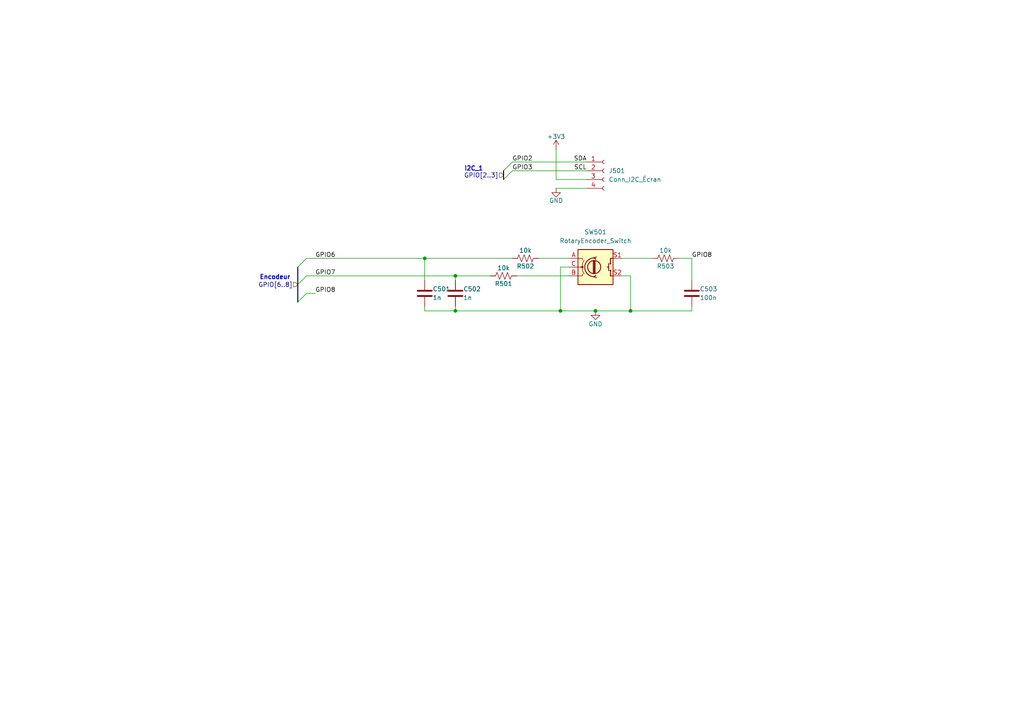
<source format=kicad_sch>
(kicad_sch (version 20250114) (generator "eeschema") (generator_version "9.0")
  (paper "A4")
  (lib_symbols
    (symbol "Connector:Conn_01x04_Socket" (pin_names (offset 1.016) (hide yes))
      (property "Reference" "J" (at 0 5.08 0))
      (property "Value" "Conn_01x04_Socket" (at 0 -7.62 0))
      (symbol "Conn_01x04_Socket_1_1"
        (polyline (pts (xy -1.27 2.54) (xy -0.508 2.54)) (stroke (width 0.1524)))
        (polyline (pts (xy -1.27 0) (xy -0.508 0)) (stroke (width 0.1524)))
        (polyline (pts (xy -1.27 -2.54) (xy -0.508 -2.54)) (stroke (width 0.1524)))
        (polyline (pts (xy -1.27 -5.08) (xy -0.508 -5.08)) (stroke (width 0.1524)))
        (arc (start 0 2.032) (mid -0.5058 2.54) (end 0 3.048) (stroke (width 0.1524)))
        (arc (start 0 -0.508) (mid -0.5058 0) (end 0 0.508) (stroke (width 0.1524)))
        (arc (start 0 -3.048) (mid -0.5058 -2.54) (end 0 -2.032) (stroke (width 0.1524)))
        (arc (start 0 -5.588) (mid -0.5058 -5.08) (end 0 -4.572) (stroke (width 0.1524)))
        (pin passive line (at -5.08 2.54 0) (length 3.81) (name "Pin_1") (number "1"))
        (pin passive line (at -5.08 0 0) (length 3.81) (name "Pin_2") (number "2"))
        (pin passive line (at -5.08 -2.54 0) (length 3.81) (name "Pin_3") (number "3"))
        (pin passive line (at -5.08 -5.08 0) (length 3.81) (name "Pin_4") (number "4"))
      )
    )
    (symbol "Device:C" (pin_numbers (hide yes)) (pin_names (offset 0.254))
      (property "Reference" "C" (at 0.635 2.54 0))
      (property "Value" "C" (at 0.635 -2.54 0))
      (symbol "C_0_1"
        (polyline (pts (xy -2.032 0.762) (xy 2.032 0.762)) (stroke (width 0.508)))
        (polyline (pts (xy -2.032 -0.762) (xy 2.032 -0.762)) (stroke (width 0.508)))
      )
      (symbol "C_1_1"
        (pin passive line (at 0 3.81 270) (length 2.794) (name "~") (number "1"))
        (pin passive line (at 0 -3.81 90) (length 2.794) (name "~") (number "2"))
      )
    )
    (symbol "Device:R_US" (pin_numbers (hide yes)) (pin_names (offset 0))
      (property "Reference" "R" (at 2.54 0 90))
      (property "Value" "R_US" (at -2.54 0 90))
      (symbol "R_US_0_1"
        (polyline (pts (xy 0 2.286) (xy 0 2.54)))
        (polyline (pts (xy 0 2.286) (xy 1.016 1.905) (xy 0 1.524) (xy -1.016 1.143) (xy 0 0.762)))
        (polyline (pts (xy 0 0.762) (xy 1.016 0.381) (xy 0 0) (xy -1.016 -0.381) (xy 0 -0.762)))
        (polyline (pts (xy 0 -0.762) (xy 1.016 -1.143) (xy 0 -1.524) (xy -1.016 -1.905) (xy 0 -2.286)))
        (polyline (pts (xy 0 -2.286) (xy 0 -2.54)))
      )
      (symbol "R_US_1_1"
        (pin passive line (at 0 3.81 270) (length 1.27) (name "~") (number "1"))
        (pin passive line (at 0 -3.81 90) (length 1.27) (name "~") (number "2"))
      )
    )
    (symbol "Device:RotaryEncoder_Switch" (pin_names (offset 0.254) (hide yes))
      (property "Reference" "SW" (at 0 6.604 0))
      (property "Value" "RotaryEncoder_Switch" (at 0 -6.604 0))
      (symbol "RotaryEncoder_Switch_0_1"
        (rectangle (start -5.08 5.08) (end 5.08 -5.08) (stroke (width 0.254)) (fill (type background)))
        (polyline (pts (xy -5.08 2.54) (xy -3.81 2.54) (xy -3.81 2.032)))
        (polyline (pts (xy -5.08 0) (xy -3.81 0) (xy -3.81 -1.016) (xy -3.302 -2.032)))
        (polyline (pts (xy -5.08 -2.54) (xy -3.81 -2.54) (xy -3.81 -2.032)))
        (polyline (pts (xy -4.318 0) (xy -3.81 0) (xy -3.81 1.016) (xy -3.302 2.032)))
        (circle (center -3.81 0) (radius 0.254) (fill (type outline)))
        (polyline (pts (xy -0.635 -1.778) (xy -0.635 1.778)) (stroke (width 0.254)))
        (circle (center -0.381 0) (radius 1.905) (stroke (width 0.254)))
        (polyline (pts (xy -0.381 -1.778) (xy -0.381 1.778)) (stroke (width 0.254)))
        (arc (start -0.381 -2.794) (mid -3.0988 -0.0635) (end -0.381 2.667) (stroke (width 0.254)))
        (polyline (pts (xy -0.127 1.778) (xy -0.127 -1.778)) (stroke (width 0.254)))
        (polyline (pts (xy 0.254 2.921) (xy -0.508 2.667) (xy 0.127 2.286)) (stroke (width 0.254)))
        (polyline (pts (xy 0.254 -3.048) (xy -0.508 -2.794) (xy 0.127 -2.413)) (stroke (width 0.254)))
        (polyline (pts (xy 3.81 1.016) (xy 3.81 -1.016)) (stroke (width 0.254)))
        (polyline (pts (xy 3.81 0) (xy 3.429 0)) (stroke (width 0.254)))
        (circle (center 4.318 1.016) (radius 0.127) (stroke (width 0.254)))
        (circle (center 4.318 -1.016) (radius 0.127) (stroke (width 0.254)))
        (polyline (pts (xy 5.08 2.54) (xy 4.318 2.54) (xy 4.318 1.016)) (stroke (width 0.254)))
        (polyline (pts (xy 5.08 -2.54) (xy 4.318 -2.54) (xy 4.318 -1.016)) (stroke (width 0.254)))
      )
      (symbol "RotaryEncoder_Switch_1_1"
        (pin passive line (at -7.62 2.54 0) (length 2.54) (name "A") (number "A"))
        (pin passive line (at -7.62 0 0) (length 2.54) (name "C") (number "C"))
        (pin passive line (at -7.62 -2.54 0) (length 2.54) (name "B") (number "B"))
        (pin passive line (at 7.62 2.54 180) (length 2.54) (name "S1") (number "S1"))
        (pin passive line (at 7.62 -2.54 180) (length 2.54) (name "S2") (number "S2"))
      )
    )
    (symbol "power:+3V3" (power) (pin_numbers (hide yes)) (pin_names (offset 0) (hide yes))
      (property "Value" "+3V3" (at 0 3.556 0))
      (symbol "+3V3_0_1"
        (polyline (pts (xy -0.762 1.27) (xy 0 2.54)))
        (polyline (pts (xy 0 2.54) (xy 0.762 1.27)))
        (polyline (pts (xy 0 0) (xy 0 2.54)))
      )
      (symbol "+3V3_1_1"
        (pin power_in line (at 0 0 90) (length 0) (name "~") (number "1"))
      )
    )
    (symbol "power:GND" (power) (pin_numbers (hide yes)) (pin_names (offset 0) (hide yes))
      (property "Value" "GND" (at 0 -3.81 0))
      (symbol "GND_0_1"
        (polyline (pts (xy 0 0) (xy 0 -1.27) (xy 1.27 -1.27) (xy 0 -2.54) (xy -1.27 -1.27) (xy 0 -1.27)))
      )
      (symbol "GND_1_1"
        (pin power_in line (at 0 0 270) (length 0) (name "~") (number "1"))
      )
    )
  )
  (text "I2C_1\n" (at 137.414 49.022 0) (effects (font (size 1.27 1.27) (thickness 0.254) (bold yes))))
  (text "Encodeur" (at 79.756 80.518 0) (effects (font (size 1.27 1.27) (thickness 0.254) (bold yes))))
  (junction (at 172.72 90.17))
  (junction (at 132.08 90.17))
  (junction (at 132.08 80.01))
  (junction (at 162.56 90.17))
  (junction (at 182.88 90.17))
  (junction (at 123.19 74.93))
  (bus_entry (at 86.36 77.47) (size 2.54 -2.54))
  (bus_entry (at 86.36 82.55) (size 2.54 -2.54))
  (bus_entry (at 146.05 52.07) (size 2.54 -2.54))
  (bus_entry (at 86.36 87.63) (size 2.54 -2.54))
  (bus_entry (at 146.05 49.53) (size 2.54 -2.54))
  (wire (pts (xy 132.08 88.9) (xy 132.08 90.17)))
  (wire (pts (xy 200.66 74.93) (xy 200.66 81.28)))
  (wire (pts (xy 180.34 80.01) (xy 182.88 80.01)))
  (wire (pts (xy 161.29 52.07) (xy 170.18 52.07)))
  (bus (pts (xy 86.36 77.47) (xy 86.36 82.55)))
  (wire (pts (xy 123.19 74.93) (xy 123.19 81.28)))
  (wire (pts (xy 182.88 80.01) (xy 182.88 90.17)))
  (wire (pts (xy 132.08 80.01) (xy 142.24 80.01)))
  (wire (pts (xy 148.59 49.53) (xy 170.18 49.53)))
  (wire (pts (xy 180.34 74.93) (xy 189.23 74.93)))
  (wire (pts (xy 156.21 74.93) (xy 165.1 74.93)))
  (bus (pts (xy 146.05 49.53) (xy 146.05 52.07)))
  (wire (pts (xy 132.08 80.01) (xy 132.08 81.28)))
  (wire (pts (xy 149.86 80.01) (xy 165.1 80.01)))
  (wire (pts (xy 162.56 77.47) (xy 162.56 90.17)))
  (wire (pts (xy 148.59 46.99) (xy 170.18 46.99)))
  (wire (pts (xy 132.08 90.17) (xy 162.56 90.17)))
  (wire (pts (xy 196.85 74.93) (xy 200.66 74.93)))
  (wire (pts (xy 88.9 74.93) (xy 123.19 74.93)))
  (wire (pts (xy 161.29 54.61) (xy 170.18 54.61)))
  (wire (pts (xy 123.19 90.17) (xy 132.08 90.17)))
  (wire (pts (xy 182.88 90.17) (xy 172.72 90.17)))
  (wire (pts (xy 88.9 80.01) (xy 132.08 80.01)))
  (wire (pts (xy 165.1 77.47) (xy 162.56 77.47)))
  (wire (pts (xy 148.59 74.93) (xy 123.19 74.93)))
  (wire (pts (xy 200.66 88.9) (xy 200.66 90.17)))
  (bus (pts (xy 86.36 82.55) (xy 86.36 87.63)))
  (wire (pts (xy 200.66 90.17) (xy 182.88 90.17)))
  (wire (pts (xy 172.72 90.17) (xy 162.56 90.17)))
  (wire (pts (xy 88.9 85.09) (xy 91.44 85.09)))
  (wire (pts (xy 123.19 88.9) (xy 123.19 90.17)))
  (wire (pts (xy 161.29 43.18) (xy 161.29 52.07)))
  (label "GPIO3" (at 148.59 49.53 0))
  (label "SDA" (at 170.18 46.99 180))
  (label "SCL" (at 170.18 49.53 180))
  (label "GPIO8" (at 200.66 74.93 0))
  (label "GPIO2" (at 148.59 46.99 0))
  (label "GPIO7" (at 91.44 80.01 0))
  (label "GPIO8" (at 91.44 85.09 0))
  (label "GPIO6" (at 91.44 74.93 0))
  (hierarchical_label "GPIO[6..8]" (shape input) (at 86.36 82.55 180))
  (hierarchical_label "GPIO[2..3]" (shape input) (at 146.05 50.8 180))
  (symbol (lib_id "Device:R_US") (at 152.4 74.93 90) (unit 1)
    (property "Reference" "R502" (at 152.4 77.216 90))
    (property "Value" "10k" (at 152.4 72.644 90))
    (property "Footprint" "Resistor_SMD:R_0603_1608Metric" (effects (hide yes)))
    (property "Description" "Resistor, US symbol" (effects (hide yes)))
  )
  (symbol (lib_id "Device:C") (at 123.19 85.09 0) (unit 1)
    (property "Reference" "C501" (at 125.476 83.82 0) (effects (justify left)))
    (property "Value" "1n" (at 125.476 86.36 0) (effects (justify left)))
    (property "Footprint" "Capacitor_SMD:C_0603_1608Metric" (effects (hide yes)))
    (property "Description" "Unpolarized capacitor" (effects (hide yes)))
  )
  (symbol (lib_id "Device:C") (at 132.08 85.09 0) (unit 1)
    (property "Reference" "C502" (at 134.366 83.82 0) (effects (justify left)))
    (property "Value" "1n" (at 134.366 86.36 0) (effects (justify left)))
    (property "Footprint" "Capacitor_SMD:C_0603_1608Metric" (effects (hide yes)))
    (property "Description" "Unpolarized capacitor" (effects (hide yes)))
  )
  (symbol (lib_id "Device:R_US") (at 146.05 80.01 90) (unit 1)
    (property "Reference" "R501" (at 146.05 82.296 90))
    (property "Value" "10k" (at 146.05 77.724 90))
    (property "Footprint" "Resistor_SMD:R_0603_1608Metric" (effects (hide yes)))
    (property "Description" "Resistor, US symbol" (effects (hide yes)))
  )
  (symbol (lib_id "Device:C") (at 200.66 85.09 0) (unit 1)
    (property "Reference" "C503" (at 202.946 83.82 0) (effects (justify left)))
    (property "Value" "100n" (at 202.946 86.36 0) (effects (justify left)))
    (property "Footprint" "Capacitor_SMD:C_0603_1608Metric" (effects (hide yes)))
    (property "Description" "Unpolarized capacitor" (effects (hide yes)))
  )
  (symbol (lib_id "Device:RotaryEncoder_Switch") (at 172.72 77.47 0) (unit 1)
    (property "Reference" "SW501" (at 172.72 67.31 0))
    (property "Value" "RotaryEncoder_Switch" (at 172.72 69.85 0))
    (property "Footprint" "Rotary_Encoder:RotaryEncoder_Bourns_Horizontal_PEC12R-2x17F-Sxxxx" (effects (hide yes)))
    (property "Description" "Rotary encoder, dual channel, incremental quadrate outputs, with switch" (effects (hide yes)))
  )
  (symbol (lib_id "Connector:Conn_01x04_Socket") (at 175.26 49.53 0) (unit 1)
    (property "Reference" "J501" (at 176.53 49.5299 0) (effects (justify left)))
    (property "Value" "Conn_I2C_Écran" (at 176.53 52.0699 0) (effects (justify left)))
    (property "Footprint" "Connector_PinSocket_2.54mm:PinSocket_1x04_P2.54mm_Vertical" (effects (hide yes)))
    (property "Description" "Generic connector, single row, 01x04, script generated" (effects (hide yes)))
  )
  (symbol (lib_id "Device:R_US") (at 193.04 74.93 90) (unit 1)
    (property "Reference" "R503" (at 193.04 77.216 90))
    (property "Value" "10k" (at 193.04 72.644 90))
    (property "Footprint" "Resistor_SMD:R_0603_1608Metric" (effects (hide yes)))
    (property "Description" "Resistor, US symbol" (effects (hide yes)))
  )
  (symbol (lib_id "power:GND") (at 172.72 90.17 0) (unit 1)
    (property "Reference" "#PWR0503" (effects (hide yes)))
    (property "Value" "GND" (at 172.72 93.98 0))
    (property "Description" "Power symbol creates a global label with name \"GND\" , ground" (effects (hide yes)))
  )
  (symbol (lib_id "power:+3V3") (at 161.29 43.18 0) (unit 1)
    (property "Reference" "#PWR0501" (effects (hide yes)))
    (property "Value" "+3V3" (at 161.29 39.624 0))
    (property "Description" "Power symbol creates a global label with name \"+3V3\"" (effects (hide yes)))
  )
  (symbol (lib_id "power:GND") (at 161.29 54.61 0) (unit 1)
    (property "Reference" "#PWR0502" (effects (hide yes)))
    (property "Value" "GND" (at 161.29 58.166 0))
    (property "Description" "Power symbol creates a global label with name \"GND\" , ground" (effects (hide yes)))
  )
)
</source>
